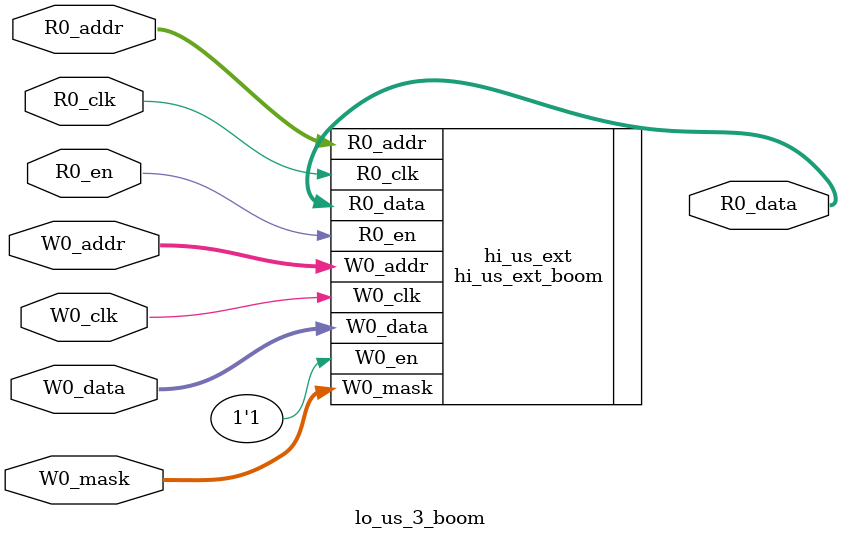
<source format=sv>
`ifndef RANDOMIZE
  `ifdef RANDOMIZE_REG_INIT
    `define RANDOMIZE
  `endif // RANDOMIZE_REG_INIT
`endif // not def RANDOMIZE
`ifndef RANDOMIZE
  `ifdef RANDOMIZE_MEM_INIT
    `define RANDOMIZE
  `endif // RANDOMIZE_MEM_INIT
`endif // not def RANDOMIZE

`ifndef RANDOM
  `define RANDOM $random
`endif // not def RANDOM

// Users can define 'PRINTF_COND' to add an extra gate to prints.
`ifndef PRINTF_COND_
  `ifdef PRINTF_COND
    `define PRINTF_COND_ (`PRINTF_COND)
  `else  // PRINTF_COND
    `define PRINTF_COND_ 1
  `endif // PRINTF_COND
`endif // not def PRINTF_COND_

// Users can define 'ASSERT_VERBOSE_COND' to add an extra gate to assert error printing.
`ifndef ASSERT_VERBOSE_COND_
  `ifdef ASSERT_VERBOSE_COND
    `define ASSERT_VERBOSE_COND_ (`ASSERT_VERBOSE_COND)
  `else  // ASSERT_VERBOSE_COND
    `define ASSERT_VERBOSE_COND_ 1
  `endif // ASSERT_VERBOSE_COND
`endif // not def ASSERT_VERBOSE_COND_

// Users can define 'STOP_COND' to add an extra gate to stop conditions.
`ifndef STOP_COND_
  `ifdef STOP_COND
    `define STOP_COND_ (`STOP_COND)
  `else  // STOP_COND
    `define STOP_COND_ 1
  `endif // STOP_COND
`endif // not def STOP_COND_

// Users can define INIT_RANDOM as general code that gets injected into the
// initializer block for modules with registers.
`ifndef INIT_RANDOM
  `define INIT_RANDOM
`endif // not def INIT_RANDOM

// If using random initialization, you can also define RANDOMIZE_DELAY to
// customize the delay used, otherwise 0.002 is used.
`ifndef RANDOMIZE_DELAY
  `define RANDOMIZE_DELAY 0.002
`endif // not def RANDOMIZE_DELAY

// Define INIT_RANDOM_PROLOG_ for use in our modules below.
`ifndef INIT_RANDOM_PROLOG_
  `ifdef RANDOMIZE
    `ifdef VERILATOR
      `define INIT_RANDOM_PROLOG_ `INIT_RANDOM
    `else  // VERILATOR
      `define INIT_RANDOM_PROLOG_ `INIT_RANDOM #`RANDOMIZE_DELAY begin end
    `endif // VERILATOR
  `else  // RANDOMIZE
    `define INIT_RANDOM_PROLOG_
  `endif // RANDOMIZE
`endif // not def INIT_RANDOM_PROLOG_

module lo_us_3_boom(	// @[tage.scala:90:27]
  input  [6:0] R0_addr,
  input        R0_en,
               R0_clk,
  input  [6:0] W0_addr,
  input        W0_clk,
  input  [3:0] W0_data,
               W0_mask,
  output [3:0] R0_data
);

  hi_us_ext_boom hi_us_ext (	// @[tage.scala:90:27]
    .R0_addr (R0_addr),
    .R0_en   (R0_en),
    .R0_clk  (R0_clk),
    .W0_addr (W0_addr),
    .W0_en   (1'h1),
    .W0_clk  (W0_clk),
    .W0_data (W0_data),
    .W0_mask (W0_mask),
    .R0_data (R0_data)
  );
endmodule


</source>
